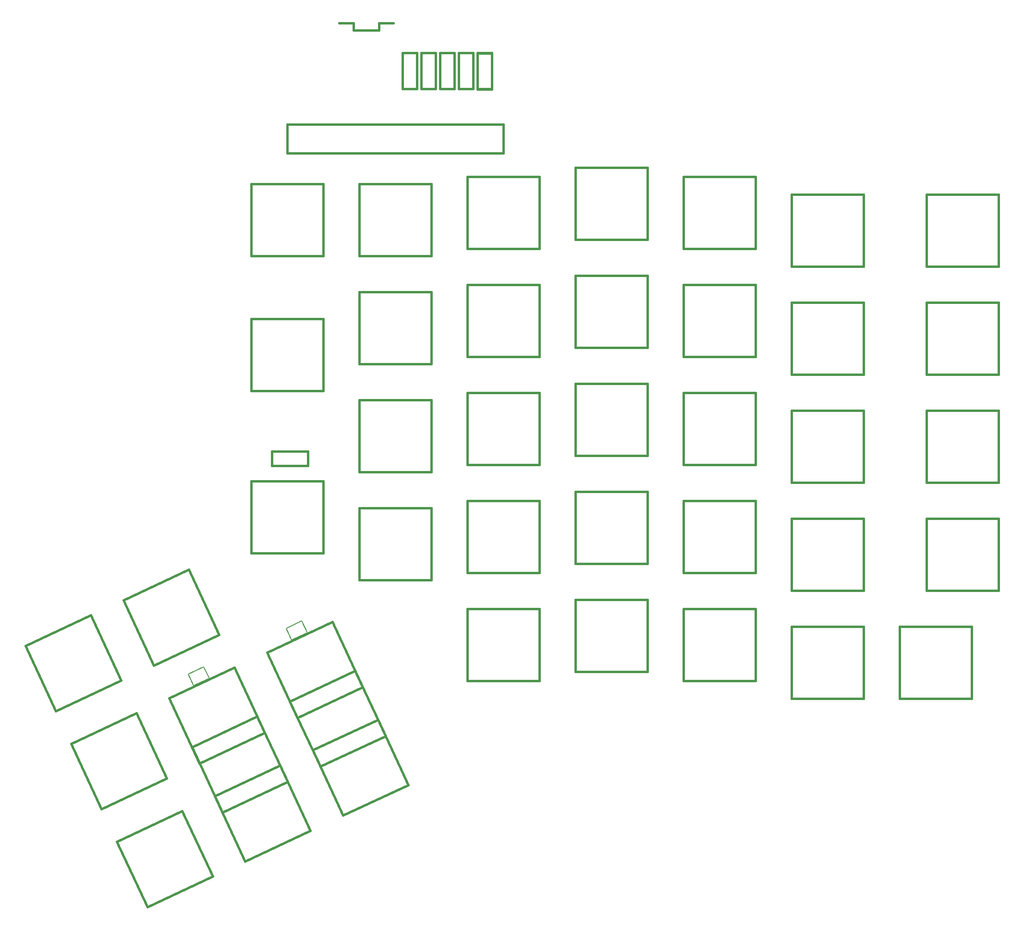
<source format=gbr>
%TF.GenerationSoftware,KiCad,Pcbnew,(6.0.7)*%
%TF.CreationDate,2023-01-12T11:55:26-06:00*%
%TF.ProjectId,ErgoDOX,4572676f-444f-4582-9e6b-696361645f70,rev?*%
%TF.SameCoordinates,Original*%
%TF.FileFunction,Other,Comment*%
%FSLAX46Y46*%
G04 Gerber Fmt 4.6, Leading zero omitted, Abs format (unit mm)*
G04 Created by KiCad (PCBNEW (6.0.7)) date 2023-01-12 11:55:26*
%MOMM*%
%LPD*%
G01*
G04 APERTURE LIST*
%ADD10C,0.381000*%
%ADD11C,0.203200*%
G04 APERTURE END LIST*
D10*
%TO.C,SW1:13*%
X193040000Y-136852660D02*
X193040000Y-149552660D01*
X193040000Y-149552660D02*
X180340000Y-149552660D01*
X180340000Y-136852660D02*
X193040000Y-136852660D01*
X180340000Y-149552660D02*
X180340000Y-136852660D01*
%TO.C,SW1:10*%
X135890000Y-144780000D02*
X123190000Y-144780000D01*
X135890000Y-132080000D02*
X135890000Y-144780000D01*
X123190000Y-132080000D02*
X135890000Y-132080000D01*
X123190000Y-144780000D02*
X123190000Y-132080000D01*
%TO.C,SW1:9*%
X116840000Y-133677660D02*
X116840000Y-146377660D01*
X104140000Y-133677660D02*
X116840000Y-133677660D01*
X104140000Y-146377660D02*
X104140000Y-133677660D01*
X116840000Y-146377660D02*
X104140000Y-146377660D01*
%TO.C,SW2:13*%
X197802500Y-117802660D02*
X197802500Y-130502660D01*
X185102500Y-130502660D02*
X185102500Y-117802660D01*
X185102500Y-117802660D02*
X197802500Y-117802660D01*
X197802500Y-130502660D02*
X185102500Y-130502660D01*
%TO.C,SW2:10*%
X135890000Y-113030000D02*
X135890000Y-125730000D01*
X135890000Y-125730000D02*
X123190000Y-125730000D01*
X123190000Y-113030000D02*
X135890000Y-113030000D01*
X123190000Y-125730000D02*
X123190000Y-113030000D01*
%TO.C,SW2:9*%
X104140000Y-114627660D02*
X116840000Y-114627660D01*
X116840000Y-127327660D02*
X104140000Y-127327660D01*
X104140000Y-127327660D02*
X104140000Y-114627660D01*
X116840000Y-114627660D02*
X116840000Y-127327660D01*
%TO.C,SW2:7*%
X78740000Y-123835160D02*
X66040000Y-123835160D01*
X66040000Y-123835160D02*
X66040000Y-111135160D01*
X66040000Y-111135160D02*
X78740000Y-111135160D01*
X78740000Y-111135160D02*
X78740000Y-123835160D01*
%TO.C,SW3:13*%
X197802500Y-111452660D02*
X185102500Y-111452660D01*
X197802500Y-98752660D02*
X197802500Y-111452660D01*
X185102500Y-111452660D02*
X185102500Y-98752660D01*
X185102500Y-98752660D02*
X197802500Y-98752660D01*
%TO.C,SW3:11*%
X154940000Y-95577660D02*
X154940000Y-108277660D01*
X154940000Y-108277660D02*
X142240000Y-108277660D01*
X142240000Y-95577660D02*
X154940000Y-95577660D01*
X142240000Y-108277660D02*
X142240000Y-95577660D01*
%TO.C,SW3:10*%
X135890000Y-106680000D02*
X123190000Y-106680000D01*
X135890000Y-93980000D02*
X135890000Y-106680000D01*
X123190000Y-93980000D02*
X135890000Y-93980000D01*
X123190000Y-106680000D02*
X123190000Y-93980000D01*
%TO.C,SW3:9*%
X104140000Y-108277660D02*
X104140000Y-95577660D01*
X116840000Y-108277660D02*
X104140000Y-108277660D01*
X116840000Y-95577660D02*
X116840000Y-108277660D01*
X104140000Y-95577660D02*
X116840000Y-95577660D01*
%TO.C,SW3:8*%
X97790000Y-96847660D02*
X97790000Y-109547660D01*
X97790000Y-109547660D02*
X85090000Y-109547660D01*
X85090000Y-96847660D02*
X97790000Y-96847660D01*
X85090000Y-109547660D02*
X85090000Y-96847660D01*
%TO.C,SW4:13*%
X185102500Y-92402660D02*
X185102500Y-79702660D01*
X185102500Y-79702660D02*
X197802500Y-79702660D01*
X197802500Y-92402660D02*
X185102500Y-92402660D01*
X197802500Y-79702660D02*
X197802500Y-92402660D01*
%TO.C,SW4:12*%
X161290000Y-92402660D02*
X161290000Y-79702660D01*
X161290000Y-79702660D02*
X173990000Y-79702660D01*
X173990000Y-79702660D02*
X173990000Y-92402660D01*
X173990000Y-92402660D02*
X161290000Y-92402660D01*
%TO.C,SW4:11*%
X142240000Y-89227660D02*
X142240000Y-76527660D01*
X142240000Y-76527660D02*
X154940000Y-76527660D01*
X154940000Y-89227660D02*
X142240000Y-89227660D01*
X154940000Y-76527660D02*
X154940000Y-89227660D01*
%TO.C,SW4:10*%
X135890000Y-87630000D02*
X123190000Y-87630000D01*
X123190000Y-87630000D02*
X123190000Y-74930000D01*
X123190000Y-74930000D02*
X135890000Y-74930000D01*
X135890000Y-74930000D02*
X135890000Y-87630000D01*
%TO.C,SW4:9*%
X104140000Y-76527660D02*
X116840000Y-76527660D01*
X104140000Y-89227660D02*
X104140000Y-76527660D01*
X116840000Y-89227660D02*
X104140000Y-89227660D01*
X116840000Y-76527660D02*
X116840000Y-89227660D01*
%TO.C,SW4:8*%
X85090000Y-90497660D02*
X85090000Y-77797660D01*
X97790000Y-77797660D02*
X97790000Y-90497660D01*
X97790000Y-90497660D02*
X85090000Y-90497660D01*
X85090000Y-77797660D02*
X97790000Y-77797660D01*
%TO.C,SW4:7*%
X66040000Y-82560160D02*
X78740000Y-82560160D01*
X78740000Y-82560160D02*
X78740000Y-95260160D01*
X78740000Y-95260160D02*
X66040000Y-95260160D01*
X66040000Y-95260160D02*
X66040000Y-82560160D01*
%TO.C,SW0:10*%
X78231432Y-161504160D02*
X72864180Y-149994052D01*
X72864180Y-149994052D02*
X84374288Y-144626800D01*
X89741540Y-156136908D02*
X78231432Y-161504160D01*
X84374288Y-144626800D02*
X89741540Y-156136908D01*
%TO.C,SW0:12*%
X42361320Y-174728572D02*
X53871428Y-169361320D01*
X59238680Y-180871428D02*
X47728572Y-186238680D01*
X53871428Y-169361320D02*
X59238680Y-180871428D01*
X47728572Y-186238680D02*
X42361320Y-174728572D01*
%TO.C,SW0:11*%
X67109908Y-152678600D02*
X72477160Y-164188708D01*
X55599800Y-158045852D02*
X67109908Y-152678600D01*
X60967052Y-169555960D02*
X55599800Y-158045852D01*
X72477160Y-164188708D02*
X60967052Y-169555960D01*
%TO.C,SW0:9*%
X45819628Y-152094400D02*
X51186880Y-163604508D01*
X34309520Y-157461652D02*
X45819628Y-152094400D01*
X51186880Y-163604508D02*
X39676772Y-168971760D01*
X39676772Y-168971760D02*
X34309520Y-157461652D01*
%TO.C,SW0:7*%
X26260260Y-140197272D02*
X37770368Y-134830020D01*
X31627512Y-151707380D02*
X26260260Y-140197272D01*
X43137620Y-146340128D02*
X31627512Y-151707380D01*
X37770368Y-134830020D02*
X43137620Y-146340128D01*
%TO.C,SW1:11*%
X142240000Y-146377660D02*
X142240000Y-133677660D01*
X142240000Y-133677660D02*
X154940000Y-133677660D01*
X154940000Y-133677660D02*
X154940000Y-146377660D01*
X154940000Y-146377660D02*
X142240000Y-146377660D01*
%TO.C,SW0:8*%
X43524640Y-132148012D02*
X55034748Y-126780760D01*
X60402000Y-138290868D02*
X48891892Y-143658120D01*
X48891892Y-143658120D02*
X43524640Y-132148012D01*
X55034748Y-126780760D02*
X60402000Y-138290868D01*
%TO.C,RC1*%
X99314000Y-35661600D02*
X99314000Y-42011600D01*
X101854000Y-42011600D02*
X101854000Y-35661600D01*
X99314000Y-35687000D02*
X101854000Y-35687000D01*
X101854000Y-35661600D02*
X99314000Y-35661600D01*
X101854000Y-35687000D02*
X101854000Y-42037000D01*
X99314000Y-42037000D02*
X99314000Y-35687000D01*
X101854000Y-42037000D02*
X99314000Y-42037000D01*
X99314000Y-42011600D02*
X101854000Y-42011600D01*
%TO.C,RA1*%
X92710000Y-42037000D02*
X92710000Y-35687000D01*
X95250000Y-35687000D02*
X95250000Y-42037000D01*
X92710000Y-35687000D02*
X95250000Y-35687000D01*
X95250000Y-42037000D02*
X92710000Y-42037000D01*
%TO.C,RB1*%
X98552000Y-42037000D02*
X96012000Y-42037000D01*
X96012000Y-42037000D02*
X96012000Y-35687000D01*
X98552000Y-35687000D02*
X98552000Y-42037000D01*
X96012000Y-35687000D02*
X98552000Y-35687000D01*
%TO.C,R1*%
X108458000Y-35712400D02*
X105918000Y-35712400D01*
X108458000Y-42037000D02*
X105918000Y-42037000D01*
X108458000Y-35687000D02*
X108458000Y-42037000D01*
X108458000Y-42062400D02*
X108458000Y-35712400D01*
X105918000Y-35712400D02*
X105918000Y-42062400D01*
X105918000Y-42037000D02*
X105918000Y-35687000D01*
X105918000Y-35687000D02*
X108458000Y-35687000D01*
X105918000Y-42062400D02*
X108458000Y-42062400D01*
%TO.C,R2*%
X105156000Y-35687000D02*
X102616000Y-35687000D01*
X105156000Y-42037000D02*
X102616000Y-42037000D01*
X102616000Y-42037000D02*
X102616000Y-35687000D01*
X105156000Y-42037000D02*
X105156000Y-35687000D01*
X105156000Y-35687000D02*
X105156000Y-42037000D01*
X102616000Y-42037000D02*
X105156000Y-42037000D01*
X102616000Y-35687000D02*
X105156000Y-35687000D01*
X102616000Y-35687000D02*
X102616000Y-42037000D01*
%TO.C,SW5:13*%
X185102500Y-60655200D02*
X197802500Y-60655200D01*
X197802500Y-60655200D02*
X197802500Y-73355200D01*
X197802500Y-73355200D02*
X185102500Y-73355200D01*
X185102500Y-73355200D02*
X185102500Y-60655200D01*
%TO.C,SW5:9*%
X104140000Y-70177660D02*
X104140000Y-57477660D01*
X104140000Y-57477660D02*
X116840000Y-57477660D01*
X116840000Y-70177660D02*
X104140000Y-70177660D01*
X116840000Y-57477660D02*
X116840000Y-70177660D01*
%TO.C,SW5:10*%
X135890000Y-55880000D02*
X135890000Y-68580000D01*
X123190000Y-68580000D02*
X123190000Y-55880000D01*
X135890000Y-68580000D02*
X123190000Y-68580000D01*
X123190000Y-55880000D02*
X135890000Y-55880000D01*
%TO.C,SW5:11*%
X154940000Y-57477660D02*
X154940000Y-70177660D01*
X154940000Y-70177660D02*
X142240000Y-70177660D01*
X142240000Y-70177660D02*
X142240000Y-57477660D01*
X142240000Y-57477660D02*
X154940000Y-57477660D01*
%TO.C,SW5:12*%
X173990000Y-73355200D02*
X161290000Y-73355200D01*
X161290000Y-73355200D02*
X161290000Y-60655200D01*
X161290000Y-60655200D02*
X173990000Y-60655200D01*
X173990000Y-60655200D02*
X173990000Y-73355200D01*
%TO.C,SW5:8*%
X97790000Y-71450200D02*
X85090000Y-71450200D01*
X97790000Y-58750200D02*
X97790000Y-71450200D01*
X85090000Y-71450200D02*
X85090000Y-58750200D01*
X85090000Y-58750200D02*
X97790000Y-58750200D01*
%TO.C,SW5:7*%
X78740000Y-71450200D02*
X66040000Y-71450200D01*
X66040000Y-58750200D02*
X78740000Y-58750200D01*
X78740000Y-58750200D02*
X78740000Y-71450200D01*
X66040000Y-71450200D02*
X66040000Y-58750200D01*
%TO.C,SW2:11*%
X154940000Y-127327660D02*
X142240000Y-127327660D01*
X154940000Y-114627660D02*
X154940000Y-127327660D01*
X142240000Y-114627660D02*
X154940000Y-114627660D01*
X142240000Y-127327660D02*
X142240000Y-114627660D01*
%TO.C,SW2:8*%
X85090000Y-115897660D02*
X97790000Y-115897660D01*
X85090000Y-128597660D02*
X85090000Y-115897660D01*
X97790000Y-128597660D02*
X85090000Y-128597660D01*
X97790000Y-115897660D02*
X97790000Y-128597660D01*
%TO.C,SW3:12*%
X173990000Y-98752660D02*
X173990000Y-111452660D01*
X173990000Y-111452660D02*
X161290000Y-111452660D01*
X161290000Y-98752660D02*
X173990000Y-98752660D01*
X161290000Y-111452660D02*
X161290000Y-98752660D01*
%TO.C,SW2:12*%
X161290000Y-117802660D02*
X173990000Y-117802660D01*
X173990000Y-117802660D02*
X173990000Y-130502660D01*
X173990000Y-130502660D02*
X161290000Y-130502660D01*
X161290000Y-130502660D02*
X161290000Y-117802660D01*
%TO.C,SW1:12*%
X161290000Y-136852660D02*
X173990000Y-136852660D01*
X173990000Y-149552660D02*
X161290000Y-149552660D01*
X161290000Y-149552660D02*
X161290000Y-136852660D01*
X173990000Y-136852660D02*
X173990000Y-149552660D01*
%TO.C,SX1:8*%
X74208072Y-152870700D02*
X68840820Y-141360592D01*
X80350928Y-135993340D02*
X85718180Y-147503448D01*
X85718180Y-147503448D02*
X74208072Y-152870700D01*
X68840820Y-141360592D02*
X80350928Y-135993340D01*
%TO.C,SX1:7*%
X51576440Y-149412392D02*
X63086548Y-144045140D01*
X68453800Y-155555248D02*
X56943692Y-160922500D01*
X63086548Y-144045140D02*
X68453800Y-155555248D01*
X56943692Y-160922500D02*
X51576440Y-149412392D01*
%TO.C,SX0:10*%
X88402728Y-153260260D02*
X93769980Y-164770368D01*
X93769980Y-164770368D02*
X82259872Y-170137620D01*
X76892620Y-158627512D02*
X88402728Y-153260260D01*
X82259872Y-170137620D02*
X76892620Y-158627512D01*
%TO.C,SX0:11*%
X64992952Y-178186880D02*
X59625700Y-166676772D01*
X59625700Y-166676772D02*
X71135808Y-161309520D01*
X76503060Y-172819628D02*
X64992952Y-178186880D01*
X71135808Y-161309520D02*
X76503060Y-172819628D01*
D11*
%TO.C,D1:8*%
X74956940Y-135845780D02*
X75923046Y-137917600D01*
X75923046Y-137917600D02*
X73160620Y-139205740D01*
X72194514Y-137133920D02*
X74956940Y-135845780D01*
X73160620Y-139205740D02*
X72194514Y-137133920D01*
%TO.C,D1:7*%
X57692560Y-143897580D02*
X58658666Y-145969400D01*
X55896240Y-147257540D02*
X54930134Y-145185720D01*
X54930134Y-145185720D02*
X57692560Y-143897580D01*
X58658666Y-145969400D02*
X55896240Y-147257540D01*
D10*
%TO.C,J6*%
X88597900Y-31695400D02*
X84102100Y-31695400D01*
X84102100Y-31695400D02*
X84102100Y-30400000D01*
X88597900Y-30400000D02*
X88597900Y-31695400D01*
X81549400Y-30400000D02*
X84102100Y-30400000D01*
X88597900Y-30400000D02*
X91150600Y-30400000D01*
%TO.C,R3*%
X69656476Y-105918000D02*
X76006476Y-105918000D01*
X69656476Y-108458000D02*
X69656476Y-105918000D01*
X76006476Y-108458000D02*
X69656476Y-108458000D01*
X76006476Y-105918000D02*
X76006476Y-108458000D01*
%TO.C,U1*%
X110490000Y-48260000D02*
X110490000Y-53340000D01*
X72390000Y-53340000D02*
X72390000Y-48260000D01*
X72390000Y-48260000D02*
X110490000Y-48260000D01*
X110490000Y-53340000D02*
X72390000Y-53340000D01*
%TD*%
M02*

</source>
